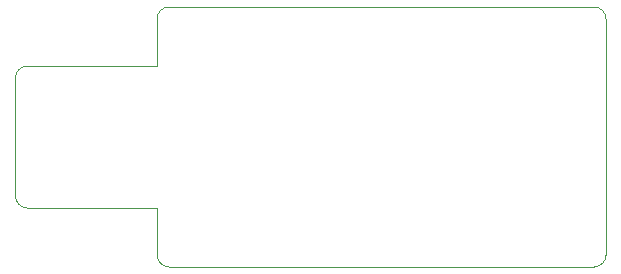
<source format=gbr>
G04 #@! TF.FileFunction,Profile,NP*
%FSLAX46Y46*%
G04 Gerber Fmt 4.6, Leading zero omitted, Abs format (unit mm)*
G04 Created by KiCad (PCBNEW (2015-01-02 BZR 5348)-product) date 1/14/2015 2:26:51 AM*
%MOMM*%
G01*
G04 APERTURE LIST*
%ADD10C,0.150000*%
%ADD11C,0.100000*%
G04 APERTURE END LIST*
D10*
D11*
X86000000Y-102000000D02*
G75*
G03X87000000Y-103000000I1000000J0D01*
G01*
X87000000Y-103000000D02*
X123000000Y-103000000D01*
X86000000Y-98000000D02*
X86000000Y-102000000D01*
X75000000Y-98000000D02*
X86000000Y-98000000D01*
X123000000Y-81000000D02*
X87000000Y-81000000D01*
X124000000Y-102000000D02*
X124000000Y-82000000D01*
X123000000Y-103000000D02*
G75*
G03X124000000Y-102000000I0J1000000D01*
G01*
X124000000Y-82000000D02*
G75*
G03X123000000Y-81000000I-1000000J0D01*
G01*
X87000000Y-81000000D02*
G75*
G03X86000000Y-82000000I0J-1000000D01*
G01*
X86000000Y-86000000D02*
X86000000Y-82000000D01*
X75000000Y-86000000D02*
X86000000Y-86000000D01*
X74000000Y-97000000D02*
X74000000Y-87000000D01*
X74000000Y-97000000D02*
G75*
G03X75000000Y-98000000I1000000J0D01*
G01*
X75000000Y-86000000D02*
G75*
G03X74000000Y-87000000I0J-1000000D01*
G01*
M02*

</source>
